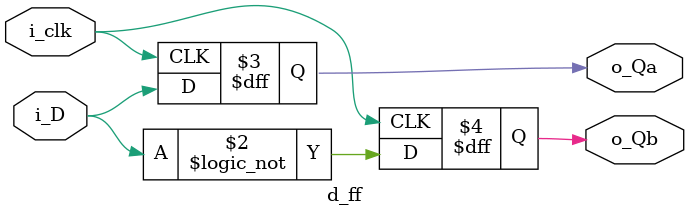
<source format=v>
module d_ff(
input 			i_clk,
input				i_D,
output reg	o_Qa,
output reg	o_Qb
);

	
	always@(posedge i_clk) begin
		o_Qa <= i_D;
		o_Qb <= !i_D;
		
	end

endmodule
</source>
